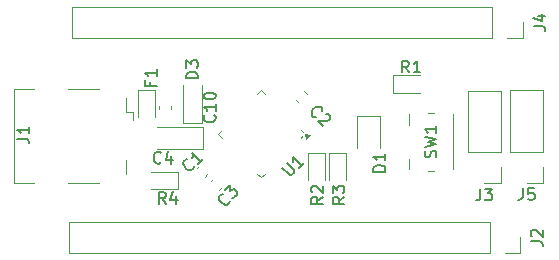
<source format=gbr>
%TF.GenerationSoftware,KiCad,Pcbnew,9.0.2*%
%TF.CreationDate,2025-07-20T14:30:59+05:30*%
%TF.ProjectId,Arduino nano,41726475-696e-46f2-906e-616e6f2e6b69,rev?*%
%TF.SameCoordinates,Original*%
%TF.FileFunction,Legend,Top*%
%TF.FilePolarity,Positive*%
%FSLAX46Y46*%
G04 Gerber Fmt 4.6, Leading zero omitted, Abs format (unit mm)*
G04 Created by KiCad (PCBNEW 9.0.2) date 2025-07-20 14:30:59*
%MOMM*%
%LPD*%
G01*
G04 APERTURE LIST*
%ADD10C,0.150000*%
%ADD11C,0.120000*%
G04 APERTURE END LIST*
D10*
X214954819Y-94166666D02*
X214478628Y-94499999D01*
X214954819Y-94738094D02*
X213954819Y-94738094D01*
X213954819Y-94738094D02*
X213954819Y-94357142D01*
X213954819Y-94357142D02*
X214002438Y-94261904D01*
X214002438Y-94261904D02*
X214050057Y-94214285D01*
X214050057Y-94214285D02*
X214145295Y-94166666D01*
X214145295Y-94166666D02*
X214288152Y-94166666D01*
X214288152Y-94166666D02*
X214383390Y-94214285D01*
X214383390Y-94214285D02*
X214431009Y-94261904D01*
X214431009Y-94261904D02*
X214478628Y-94357142D01*
X214478628Y-94357142D02*
X214478628Y-94738094D01*
X214050057Y-93785713D02*
X214002438Y-93738094D01*
X214002438Y-93738094D02*
X213954819Y-93642856D01*
X213954819Y-93642856D02*
X213954819Y-93404761D01*
X213954819Y-93404761D02*
X214002438Y-93309523D01*
X214002438Y-93309523D02*
X214050057Y-93261904D01*
X214050057Y-93261904D02*
X214145295Y-93214285D01*
X214145295Y-93214285D02*
X214240533Y-93214285D01*
X214240533Y-93214285D02*
X214383390Y-93261904D01*
X214383390Y-93261904D02*
X214954819Y-93833332D01*
X214954819Y-93833332D02*
X214954819Y-93214285D01*
X204354819Y-84138094D02*
X203354819Y-84138094D01*
X203354819Y-84138094D02*
X203354819Y-83899999D01*
X203354819Y-83899999D02*
X203402438Y-83757142D01*
X203402438Y-83757142D02*
X203497676Y-83661904D01*
X203497676Y-83661904D02*
X203592914Y-83614285D01*
X203592914Y-83614285D02*
X203783390Y-83566666D01*
X203783390Y-83566666D02*
X203926247Y-83566666D01*
X203926247Y-83566666D02*
X204116723Y-83614285D01*
X204116723Y-83614285D02*
X204211961Y-83661904D01*
X204211961Y-83661904D02*
X204307200Y-83757142D01*
X204307200Y-83757142D02*
X204354819Y-83899999D01*
X204354819Y-83899999D02*
X204354819Y-84138094D01*
X203354819Y-83233332D02*
X203354819Y-82614285D01*
X203354819Y-82614285D02*
X203735771Y-82947618D01*
X203735771Y-82947618D02*
X203735771Y-82804761D01*
X203735771Y-82804761D02*
X203783390Y-82709523D01*
X203783390Y-82709523D02*
X203831009Y-82661904D01*
X203831009Y-82661904D02*
X203926247Y-82614285D01*
X203926247Y-82614285D02*
X204164342Y-82614285D01*
X204164342Y-82614285D02*
X204259580Y-82661904D01*
X204259580Y-82661904D02*
X204307200Y-82709523D01*
X204307200Y-82709523D02*
X204354819Y-82804761D01*
X204354819Y-82804761D02*
X204354819Y-83090475D01*
X204354819Y-83090475D02*
X204307200Y-83185713D01*
X204307200Y-83185713D02*
X204259580Y-83233332D01*
X189054819Y-89233333D02*
X189769104Y-89233333D01*
X189769104Y-89233333D02*
X189911961Y-89280952D01*
X189911961Y-89280952D02*
X190007200Y-89376190D01*
X190007200Y-89376190D02*
X190054819Y-89519047D01*
X190054819Y-89519047D02*
X190054819Y-89614285D01*
X190054819Y-88233333D02*
X190054819Y-88804761D01*
X190054819Y-88519047D02*
X189054819Y-88519047D01*
X189054819Y-88519047D02*
X189197676Y-88614285D01*
X189197676Y-88614285D02*
X189292914Y-88709523D01*
X189292914Y-88709523D02*
X189340533Y-88804761D01*
X214327887Y-87436411D02*
X214260543Y-87436411D01*
X214260543Y-87436411D02*
X214125856Y-87369067D01*
X214125856Y-87369067D02*
X214058513Y-87301724D01*
X214058513Y-87301724D02*
X213991169Y-87167037D01*
X213991169Y-87167037D02*
X213991169Y-87032350D01*
X213991169Y-87032350D02*
X214024841Y-86931335D01*
X214024841Y-86931335D02*
X214125856Y-86762976D01*
X214125856Y-86762976D02*
X214226871Y-86661961D01*
X214226871Y-86661961D02*
X214395230Y-86560945D01*
X214395230Y-86560945D02*
X214496245Y-86527274D01*
X214496245Y-86527274D02*
X214630932Y-86527274D01*
X214630932Y-86527274D02*
X214765619Y-86594617D01*
X214765619Y-86594617D02*
X214832963Y-86661961D01*
X214832963Y-86661961D02*
X214900306Y-86796648D01*
X214900306Y-86796648D02*
X214900306Y-86863991D01*
X215169680Y-87133365D02*
X215237024Y-87133365D01*
X215237024Y-87133365D02*
X215338039Y-87167037D01*
X215338039Y-87167037D02*
X215506398Y-87335396D01*
X215506398Y-87335396D02*
X215540070Y-87436411D01*
X215540070Y-87436411D02*
X215540070Y-87503754D01*
X215540070Y-87503754D02*
X215506398Y-87604770D01*
X215506398Y-87604770D02*
X215439054Y-87672113D01*
X215439054Y-87672113D02*
X215304367Y-87739457D01*
X215304367Y-87739457D02*
X214496245Y-87739457D01*
X214496245Y-87739457D02*
X214933978Y-88177189D01*
X201233333Y-91259580D02*
X201185714Y-91307200D01*
X201185714Y-91307200D02*
X201042857Y-91354819D01*
X201042857Y-91354819D02*
X200947619Y-91354819D01*
X200947619Y-91354819D02*
X200804762Y-91307200D01*
X200804762Y-91307200D02*
X200709524Y-91211961D01*
X200709524Y-91211961D02*
X200661905Y-91116723D01*
X200661905Y-91116723D02*
X200614286Y-90926247D01*
X200614286Y-90926247D02*
X200614286Y-90783390D01*
X200614286Y-90783390D02*
X200661905Y-90592914D01*
X200661905Y-90592914D02*
X200709524Y-90497676D01*
X200709524Y-90497676D02*
X200804762Y-90402438D01*
X200804762Y-90402438D02*
X200947619Y-90354819D01*
X200947619Y-90354819D02*
X201042857Y-90354819D01*
X201042857Y-90354819D02*
X201185714Y-90402438D01*
X201185714Y-90402438D02*
X201233333Y-90450057D01*
X202090476Y-90688152D02*
X202090476Y-91354819D01*
X201852381Y-90307200D02*
X201614286Y-91021485D01*
X201614286Y-91021485D02*
X202233333Y-91021485D01*
X222233333Y-83624819D02*
X221900000Y-83148628D01*
X221661905Y-83624819D02*
X221661905Y-82624819D01*
X221661905Y-82624819D02*
X222042857Y-82624819D01*
X222042857Y-82624819D02*
X222138095Y-82672438D01*
X222138095Y-82672438D02*
X222185714Y-82720057D01*
X222185714Y-82720057D02*
X222233333Y-82815295D01*
X222233333Y-82815295D02*
X222233333Y-82958152D01*
X222233333Y-82958152D02*
X222185714Y-83053390D01*
X222185714Y-83053390D02*
X222138095Y-83101009D01*
X222138095Y-83101009D02*
X222042857Y-83148628D01*
X222042857Y-83148628D02*
X221661905Y-83148628D01*
X223185714Y-83624819D02*
X222614286Y-83624819D01*
X222900000Y-83624819D02*
X222900000Y-82624819D01*
X222900000Y-82624819D02*
X222804762Y-82767676D01*
X222804762Y-82767676D02*
X222709524Y-82862914D01*
X222709524Y-82862914D02*
X222614286Y-82910533D01*
X216754819Y-94166666D02*
X216278628Y-94499999D01*
X216754819Y-94738094D02*
X215754819Y-94738094D01*
X215754819Y-94738094D02*
X215754819Y-94357142D01*
X215754819Y-94357142D02*
X215802438Y-94261904D01*
X215802438Y-94261904D02*
X215850057Y-94214285D01*
X215850057Y-94214285D02*
X215945295Y-94166666D01*
X215945295Y-94166666D02*
X216088152Y-94166666D01*
X216088152Y-94166666D02*
X216183390Y-94214285D01*
X216183390Y-94214285D02*
X216231009Y-94261904D01*
X216231009Y-94261904D02*
X216278628Y-94357142D01*
X216278628Y-94357142D02*
X216278628Y-94738094D01*
X215754819Y-93833332D02*
X215754819Y-93214285D01*
X215754819Y-93214285D02*
X216135771Y-93547618D01*
X216135771Y-93547618D02*
X216135771Y-93404761D01*
X216135771Y-93404761D02*
X216183390Y-93309523D01*
X216183390Y-93309523D02*
X216231009Y-93261904D01*
X216231009Y-93261904D02*
X216326247Y-93214285D01*
X216326247Y-93214285D02*
X216564342Y-93214285D01*
X216564342Y-93214285D02*
X216659580Y-93261904D01*
X216659580Y-93261904D02*
X216707200Y-93309523D01*
X216707200Y-93309523D02*
X216754819Y-93404761D01*
X216754819Y-93404761D02*
X216754819Y-93690475D01*
X216754819Y-93690475D02*
X216707200Y-93785713D01*
X216707200Y-93785713D02*
X216659580Y-93833332D01*
X220214819Y-92038094D02*
X219214819Y-92038094D01*
X219214819Y-92038094D02*
X219214819Y-91799999D01*
X219214819Y-91799999D02*
X219262438Y-91657142D01*
X219262438Y-91657142D02*
X219357676Y-91561904D01*
X219357676Y-91561904D02*
X219452914Y-91514285D01*
X219452914Y-91514285D02*
X219643390Y-91466666D01*
X219643390Y-91466666D02*
X219786247Y-91466666D01*
X219786247Y-91466666D02*
X219976723Y-91514285D01*
X219976723Y-91514285D02*
X220071961Y-91561904D01*
X220071961Y-91561904D02*
X220167200Y-91657142D01*
X220167200Y-91657142D02*
X220214819Y-91799999D01*
X220214819Y-91799999D02*
X220214819Y-92038094D01*
X220214819Y-90514285D02*
X220214819Y-91085713D01*
X220214819Y-90799999D02*
X219214819Y-90799999D01*
X219214819Y-90799999D02*
X219357676Y-90895237D01*
X219357676Y-90895237D02*
X219452914Y-90990475D01*
X219452914Y-90990475D02*
X219500533Y-91085713D01*
X207047574Y-94483275D02*
X207047574Y-94550619D01*
X207047574Y-94550619D02*
X206980230Y-94685306D01*
X206980230Y-94685306D02*
X206912887Y-94752649D01*
X206912887Y-94752649D02*
X206778200Y-94819993D01*
X206778200Y-94819993D02*
X206643513Y-94819993D01*
X206643513Y-94819993D02*
X206542498Y-94786321D01*
X206542498Y-94786321D02*
X206374139Y-94685306D01*
X206374139Y-94685306D02*
X206273124Y-94584291D01*
X206273124Y-94584291D02*
X206172108Y-94415932D01*
X206172108Y-94415932D02*
X206138437Y-94314917D01*
X206138437Y-94314917D02*
X206138437Y-94180230D01*
X206138437Y-94180230D02*
X206205780Y-94045543D01*
X206205780Y-94045543D02*
X206273124Y-93978199D01*
X206273124Y-93978199D02*
X206407811Y-93910856D01*
X206407811Y-93910856D02*
X206475154Y-93910856D01*
X206643513Y-93607810D02*
X207081246Y-93170077D01*
X207081246Y-93170077D02*
X207114917Y-93675153D01*
X207114917Y-93675153D02*
X207215933Y-93574138D01*
X207215933Y-93574138D02*
X207316948Y-93540466D01*
X207316948Y-93540466D02*
X207384291Y-93540466D01*
X207384291Y-93540466D02*
X207485307Y-93574138D01*
X207485307Y-93574138D02*
X207653665Y-93742497D01*
X207653665Y-93742497D02*
X207687337Y-93843512D01*
X207687337Y-93843512D02*
X207687337Y-93910856D01*
X207687337Y-93910856D02*
X207653665Y-94011871D01*
X207653665Y-94011871D02*
X207451635Y-94213901D01*
X207451635Y-94213901D02*
X207350620Y-94247573D01*
X207350620Y-94247573D02*
X207283276Y-94247573D01*
X205759580Y-87242857D02*
X205807200Y-87290476D01*
X205807200Y-87290476D02*
X205854819Y-87433333D01*
X205854819Y-87433333D02*
X205854819Y-87528571D01*
X205854819Y-87528571D02*
X205807200Y-87671428D01*
X205807200Y-87671428D02*
X205711961Y-87766666D01*
X205711961Y-87766666D02*
X205616723Y-87814285D01*
X205616723Y-87814285D02*
X205426247Y-87861904D01*
X205426247Y-87861904D02*
X205283390Y-87861904D01*
X205283390Y-87861904D02*
X205092914Y-87814285D01*
X205092914Y-87814285D02*
X204997676Y-87766666D01*
X204997676Y-87766666D02*
X204902438Y-87671428D01*
X204902438Y-87671428D02*
X204854819Y-87528571D01*
X204854819Y-87528571D02*
X204854819Y-87433333D01*
X204854819Y-87433333D02*
X204902438Y-87290476D01*
X204902438Y-87290476D02*
X204950057Y-87242857D01*
X205854819Y-86290476D02*
X205854819Y-86861904D01*
X205854819Y-86576190D02*
X204854819Y-86576190D01*
X204854819Y-86576190D02*
X204997676Y-86671428D01*
X204997676Y-86671428D02*
X205092914Y-86766666D01*
X205092914Y-86766666D02*
X205140533Y-86861904D01*
X204854819Y-85671428D02*
X204854819Y-85576190D01*
X204854819Y-85576190D02*
X204902438Y-85480952D01*
X204902438Y-85480952D02*
X204950057Y-85433333D01*
X204950057Y-85433333D02*
X205045295Y-85385714D01*
X205045295Y-85385714D02*
X205235771Y-85338095D01*
X205235771Y-85338095D02*
X205473866Y-85338095D01*
X205473866Y-85338095D02*
X205664342Y-85385714D01*
X205664342Y-85385714D02*
X205759580Y-85433333D01*
X205759580Y-85433333D02*
X205807200Y-85480952D01*
X205807200Y-85480952D02*
X205854819Y-85576190D01*
X205854819Y-85576190D02*
X205854819Y-85671428D01*
X205854819Y-85671428D02*
X205807200Y-85766666D01*
X205807200Y-85766666D02*
X205759580Y-85814285D01*
X205759580Y-85814285D02*
X205664342Y-85861904D01*
X205664342Y-85861904D02*
X205473866Y-85909523D01*
X205473866Y-85909523D02*
X205235771Y-85909523D01*
X205235771Y-85909523D02*
X205045295Y-85861904D01*
X205045295Y-85861904D02*
X204950057Y-85814285D01*
X204950057Y-85814285D02*
X204902438Y-85766666D01*
X204902438Y-85766666D02*
X204854819Y-85671428D01*
X204036411Y-91572112D02*
X204036411Y-91639456D01*
X204036411Y-91639456D02*
X203969067Y-91774143D01*
X203969067Y-91774143D02*
X203901724Y-91841486D01*
X203901724Y-91841486D02*
X203767037Y-91908830D01*
X203767037Y-91908830D02*
X203632350Y-91908830D01*
X203632350Y-91908830D02*
X203531335Y-91875158D01*
X203531335Y-91875158D02*
X203362976Y-91774143D01*
X203362976Y-91774143D02*
X203261961Y-91673128D01*
X203261961Y-91673128D02*
X203160945Y-91504769D01*
X203160945Y-91504769D02*
X203127274Y-91403754D01*
X203127274Y-91403754D02*
X203127274Y-91269067D01*
X203127274Y-91269067D02*
X203194617Y-91134380D01*
X203194617Y-91134380D02*
X203261961Y-91067036D01*
X203261961Y-91067036D02*
X203396648Y-90999693D01*
X203396648Y-90999693D02*
X203463991Y-90999693D01*
X204777189Y-90966021D02*
X204373128Y-91370082D01*
X204575159Y-91168051D02*
X203868052Y-90460945D01*
X203868052Y-90460945D02*
X203901724Y-90629303D01*
X203901724Y-90629303D02*
X203901724Y-90763990D01*
X203901724Y-90763990D02*
X203868052Y-90865006D01*
X232544819Y-97933333D02*
X233259104Y-97933333D01*
X233259104Y-97933333D02*
X233401961Y-97980952D01*
X233401961Y-97980952D02*
X233497200Y-98076190D01*
X233497200Y-98076190D02*
X233544819Y-98219047D01*
X233544819Y-98219047D02*
X233544819Y-98314285D01*
X232640057Y-97504761D02*
X232592438Y-97457142D01*
X232592438Y-97457142D02*
X232544819Y-97361904D01*
X232544819Y-97361904D02*
X232544819Y-97123809D01*
X232544819Y-97123809D02*
X232592438Y-97028571D01*
X232592438Y-97028571D02*
X232640057Y-96980952D01*
X232640057Y-96980952D02*
X232735295Y-96933333D01*
X232735295Y-96933333D02*
X232830533Y-96933333D01*
X232830533Y-96933333D02*
X232973390Y-96980952D01*
X232973390Y-96980952D02*
X233544819Y-97552380D01*
X233544819Y-97552380D02*
X233544819Y-96933333D01*
X232784819Y-79733333D02*
X233499104Y-79733333D01*
X233499104Y-79733333D02*
X233641961Y-79780952D01*
X233641961Y-79780952D02*
X233737200Y-79876190D01*
X233737200Y-79876190D02*
X233784819Y-80019047D01*
X233784819Y-80019047D02*
X233784819Y-80114285D01*
X233118152Y-78828571D02*
X233784819Y-78828571D01*
X232737200Y-79066666D02*
X233451485Y-79304761D01*
X233451485Y-79304761D02*
X233451485Y-78685714D01*
X231866666Y-93434819D02*
X231866666Y-94149104D01*
X231866666Y-94149104D02*
X231819047Y-94291961D01*
X231819047Y-94291961D02*
X231723809Y-94387200D01*
X231723809Y-94387200D02*
X231580952Y-94434819D01*
X231580952Y-94434819D02*
X231485714Y-94434819D01*
X232819047Y-93434819D02*
X232342857Y-93434819D01*
X232342857Y-93434819D02*
X232295238Y-93911009D01*
X232295238Y-93911009D02*
X232342857Y-93863390D01*
X232342857Y-93863390D02*
X232438095Y-93815771D01*
X232438095Y-93815771D02*
X232676190Y-93815771D01*
X232676190Y-93815771D02*
X232771428Y-93863390D01*
X232771428Y-93863390D02*
X232819047Y-93911009D01*
X232819047Y-93911009D02*
X232866666Y-94006247D01*
X232866666Y-94006247D02*
X232866666Y-94244342D01*
X232866666Y-94244342D02*
X232819047Y-94339580D01*
X232819047Y-94339580D02*
X232771428Y-94387200D01*
X232771428Y-94387200D02*
X232676190Y-94434819D01*
X232676190Y-94434819D02*
X232438095Y-94434819D01*
X232438095Y-94434819D02*
X232342857Y-94387200D01*
X232342857Y-94387200D02*
X232295238Y-94339580D01*
X200331009Y-84433333D02*
X200331009Y-84766666D01*
X200854819Y-84766666D02*
X199854819Y-84766666D01*
X199854819Y-84766666D02*
X199854819Y-84290476D01*
X200854819Y-83385714D02*
X200854819Y-83957142D01*
X200854819Y-83671428D02*
X199854819Y-83671428D01*
X199854819Y-83671428D02*
X199997676Y-83766666D01*
X199997676Y-83766666D02*
X200092914Y-83861904D01*
X200092914Y-83861904D02*
X200140533Y-83957142D01*
X224507200Y-90833332D02*
X224554819Y-90690475D01*
X224554819Y-90690475D02*
X224554819Y-90452380D01*
X224554819Y-90452380D02*
X224507200Y-90357142D01*
X224507200Y-90357142D02*
X224459580Y-90309523D01*
X224459580Y-90309523D02*
X224364342Y-90261904D01*
X224364342Y-90261904D02*
X224269104Y-90261904D01*
X224269104Y-90261904D02*
X224173866Y-90309523D01*
X224173866Y-90309523D02*
X224126247Y-90357142D01*
X224126247Y-90357142D02*
X224078628Y-90452380D01*
X224078628Y-90452380D02*
X224031009Y-90642856D01*
X224031009Y-90642856D02*
X223983390Y-90738094D01*
X223983390Y-90738094D02*
X223935771Y-90785713D01*
X223935771Y-90785713D02*
X223840533Y-90833332D01*
X223840533Y-90833332D02*
X223745295Y-90833332D01*
X223745295Y-90833332D02*
X223650057Y-90785713D01*
X223650057Y-90785713D02*
X223602438Y-90738094D01*
X223602438Y-90738094D02*
X223554819Y-90642856D01*
X223554819Y-90642856D02*
X223554819Y-90404761D01*
X223554819Y-90404761D02*
X223602438Y-90261904D01*
X223554819Y-89928570D02*
X224554819Y-89690475D01*
X224554819Y-89690475D02*
X223840533Y-89499999D01*
X223840533Y-89499999D02*
X224554819Y-89309523D01*
X224554819Y-89309523D02*
X223554819Y-89071428D01*
X224554819Y-88166666D02*
X224554819Y-88738094D01*
X224554819Y-88452380D02*
X223554819Y-88452380D01*
X223554819Y-88452380D02*
X223697676Y-88547618D01*
X223697676Y-88547618D02*
X223792914Y-88642856D01*
X223792914Y-88642856D02*
X223840533Y-88738094D01*
X201633333Y-94754819D02*
X201300000Y-94278628D01*
X201061905Y-94754819D02*
X201061905Y-93754819D01*
X201061905Y-93754819D02*
X201442857Y-93754819D01*
X201442857Y-93754819D02*
X201538095Y-93802438D01*
X201538095Y-93802438D02*
X201585714Y-93850057D01*
X201585714Y-93850057D02*
X201633333Y-93945295D01*
X201633333Y-93945295D02*
X201633333Y-94088152D01*
X201633333Y-94088152D02*
X201585714Y-94183390D01*
X201585714Y-94183390D02*
X201538095Y-94231009D01*
X201538095Y-94231009D02*
X201442857Y-94278628D01*
X201442857Y-94278628D02*
X201061905Y-94278628D01*
X202490476Y-94088152D02*
X202490476Y-94754819D01*
X202252381Y-93707200D02*
X202014286Y-94421485D01*
X202014286Y-94421485D02*
X202633333Y-94421485D01*
X228266666Y-93474819D02*
X228266666Y-94189104D01*
X228266666Y-94189104D02*
X228219047Y-94331961D01*
X228219047Y-94331961D02*
X228123809Y-94427200D01*
X228123809Y-94427200D02*
X227980952Y-94474819D01*
X227980952Y-94474819D02*
X227885714Y-94474819D01*
X228647619Y-93474819D02*
X229266666Y-93474819D01*
X229266666Y-93474819D02*
X228933333Y-93855771D01*
X228933333Y-93855771D02*
X229076190Y-93855771D01*
X229076190Y-93855771D02*
X229171428Y-93903390D01*
X229171428Y-93903390D02*
X229219047Y-93951009D01*
X229219047Y-93951009D02*
X229266666Y-94046247D01*
X229266666Y-94046247D02*
X229266666Y-94284342D01*
X229266666Y-94284342D02*
X229219047Y-94379580D01*
X229219047Y-94379580D02*
X229171428Y-94427200D01*
X229171428Y-94427200D02*
X229076190Y-94474819D01*
X229076190Y-94474819D02*
X228790476Y-94474819D01*
X228790476Y-94474819D02*
X228695238Y-94427200D01*
X228695238Y-94427200D02*
X228647619Y-94379580D01*
X211497833Y-91700455D02*
X212070253Y-92272875D01*
X212070253Y-92272875D02*
X212171268Y-92306547D01*
X212171268Y-92306547D02*
X212238612Y-92306547D01*
X212238612Y-92306547D02*
X212339627Y-92272875D01*
X212339627Y-92272875D02*
X212474314Y-92138188D01*
X212474314Y-92138188D02*
X212507986Y-92037173D01*
X212507986Y-92037173D02*
X212507986Y-91969829D01*
X212507986Y-91969829D02*
X212474314Y-91868814D01*
X212474314Y-91868814D02*
X211901894Y-91296394D01*
X213316108Y-91296394D02*
X212912047Y-91700455D01*
X213114077Y-91498425D02*
X212406971Y-90791318D01*
X212406971Y-90791318D02*
X212440642Y-90959677D01*
X212440642Y-90959677D02*
X212440642Y-91094364D01*
X212440642Y-91094364D02*
X212406971Y-91195379D01*
D11*
%TO.C,R2*%
X213665000Y-90415000D02*
X213665000Y-92700000D01*
X215135000Y-90415000D02*
X213665000Y-90415000D01*
X215135000Y-92700000D02*
X215135000Y-90415000D01*
%TO.C,D3*%
X203090000Y-87940000D02*
X203090000Y-84700000D01*
X203090000Y-87940000D02*
X204710000Y-87940000D01*
X204710000Y-87940000D02*
X204710000Y-84700000D01*
%TO.C,J1*%
X188790000Y-85040000D02*
X188790000Y-92960000D01*
X188790000Y-92960000D02*
X190450000Y-92960000D01*
X190450000Y-85040000D02*
X188790000Y-85040000D01*
X193350000Y-85040000D02*
X195950000Y-85040000D01*
X195950000Y-92960000D02*
X193350000Y-92960000D01*
X198260000Y-85800000D02*
X198260000Y-86950000D01*
X198260000Y-86950000D02*
X198850000Y-86950000D01*
X198260000Y-91050000D02*
X198260000Y-92200000D01*
X198850000Y-86950000D02*
X198850000Y-87650000D01*
%TO.C,C2*%
X212838781Y-86160030D02*
X212639970Y-85961219D01*
X213560030Y-85438781D02*
X213361219Y-85239970D01*
%TO.C,C4*%
X200900000Y-90155000D02*
X204820000Y-90155000D01*
X204820000Y-88245000D02*
X200900000Y-88245000D01*
X204820000Y-90155000D02*
X204820000Y-88245000D01*
%TO.C,R1*%
X220915000Y-83865000D02*
X220915000Y-85335000D01*
X220915000Y-85335000D02*
X223200000Y-85335000D01*
X223200000Y-83865000D02*
X220915000Y-83865000D01*
%TO.C,R3*%
X215465000Y-90415000D02*
X215465000Y-92700000D01*
X216935000Y-90415000D02*
X215465000Y-90415000D01*
X216935000Y-92700000D02*
X216935000Y-90415000D01*
%TO.C,D1*%
X217840000Y-87315001D02*
X217840000Y-90000000D01*
X219760000Y-87315001D02*
X217840000Y-87315001D01*
X219760000Y-90000000D02*
X219760000Y-87315001D01*
%TO.C,C3*%
X205638781Y-92639970D02*
X205439970Y-92838781D01*
X206360030Y-93361219D02*
X206161219Y-93560030D01*
%TO.C,C10*%
X201090000Y-86459419D02*
X201090000Y-86740581D01*
X202110000Y-86459419D02*
X202110000Y-86740581D01*
%TO.C,C1*%
X204438781Y-91539970D02*
X204239970Y-91738781D01*
X205160030Y-92261219D02*
X204961219Y-92460030D01*
%TO.C,J2*%
X193430000Y-96270000D02*
X193430000Y-98930000D01*
X229049999Y-96270000D02*
X193430000Y-96270000D01*
X229049999Y-96270000D02*
X229049999Y-98930000D01*
X229049999Y-98930000D02*
X193430000Y-98930000D01*
X231650000Y-97600000D02*
X231650000Y-98930000D01*
X231650000Y-98930000D02*
X230320000Y-98930000D01*
%TO.C,J4*%
X193670000Y-78070000D02*
X193670000Y-80730000D01*
X229289999Y-78070000D02*
X193670000Y-78070000D01*
X229289999Y-78070000D02*
X229289999Y-80730000D01*
X229289999Y-80730000D02*
X193670000Y-80730000D01*
X231890000Y-79400000D02*
X231890000Y-80730000D01*
X231890000Y-80730000D02*
X230560000Y-80730000D01*
%TO.C,J5*%
X230820000Y-90330000D02*
X230820000Y-85140000D01*
X233580000Y-85140000D02*
X230820000Y-85140000D01*
X233580000Y-90330000D02*
X230820000Y-90330000D01*
X233580000Y-90330000D02*
X233580000Y-85140000D01*
X233580000Y-91600000D02*
X233580000Y-92980000D01*
X233580000Y-92980000D02*
X232200000Y-92980000D01*
%TO.C,F1*%
X199265000Y-85115000D02*
X199265000Y-87400000D01*
X200735000Y-85115000D02*
X199265000Y-85115000D01*
X200735000Y-87400000D02*
X200735000Y-85115000D01*
%TO.C,SW1*%
X222250000Y-87150001D02*
X222250000Y-88075000D01*
X222250000Y-90925000D02*
X222250000Y-91849999D01*
X224375000Y-87050000D02*
X223825000Y-87050000D01*
X224375000Y-91950000D02*
X223825000Y-91950000D01*
X225950000Y-87150001D02*
X225950000Y-91849999D01*
%TO.C,R4*%
X200400000Y-93535000D02*
X202685000Y-93535000D01*
X202685000Y-92065000D02*
X200400000Y-92065000D01*
X202685000Y-93535000D02*
X202685000Y-92065000D01*
%TO.C,J3*%
X227220000Y-90370000D02*
X227220000Y-85180000D01*
X229980000Y-85180000D02*
X227220000Y-85180000D01*
X229980000Y-90370000D02*
X227220000Y-90370000D01*
X229980000Y-90370000D02*
X229980000Y-85180000D01*
X229980000Y-91640000D02*
X229980000Y-93020000D01*
X229980000Y-93020000D02*
X228600000Y-93020000D01*
%TO.C,U1*%
X206022767Y-88838990D02*
X206358642Y-89174866D01*
X206358642Y-88503114D02*
X206022767Y-88838990D01*
X209377988Y-85483768D02*
X209713864Y-85147893D01*
X209713864Y-85147893D02*
X210049740Y-85483768D01*
X209713864Y-92530087D02*
X209377988Y-92194212D01*
X210049740Y-92194212D02*
X209713864Y-92530087D01*
X213069086Y-88503114D02*
X213235256Y-88669284D01*
X213069086Y-89174866D02*
X213192829Y-89051122D01*
X213808012Y-88902630D02*
X213468601Y-89242041D01*
X213404961Y-88838990D01*
X213808012Y-88902630D01*
G36*
X213808012Y-88902630D02*
G01*
X213468601Y-89242041D01*
X213404961Y-88838990D01*
X213808012Y-88902630D01*
G37*
%TD*%
M02*

</source>
